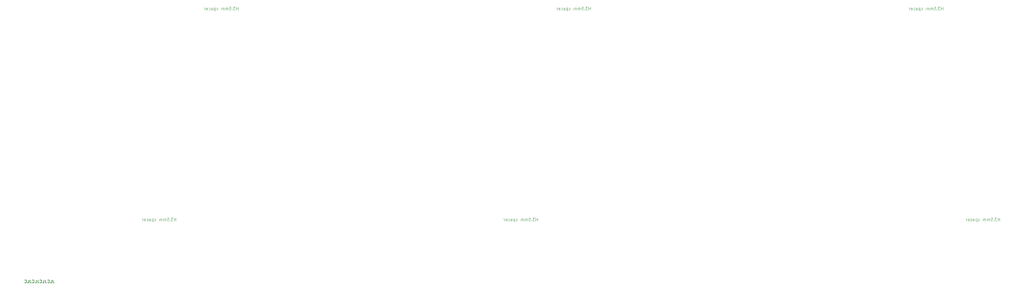
<source format=gbr>
%TF.GenerationSoftware,KiCad,Pcbnew,(5.1.9)-1*%
%TF.CreationDate,2021-04-22T03:29:06+09:00*%
%TF.ProjectId,topplate,746f7070-6c61-4746-952e-6b696361645f,4*%
%TF.SameCoordinates,Original*%
%TF.FileFunction,Legend,Bot*%
%TF.FilePolarity,Positive*%
%FSLAX46Y46*%
G04 Gerber Fmt 4.6, Leading zero omitted, Abs format (unit mm)*
G04 Created by KiCad (PCBNEW (5.1.9)-1) date 2021-04-22 03:29:06*
%MOMM*%
%LPD*%
G01*
G04 APERTURE LIST*
%ADD10C,0.150000*%
%ADD11C,0.100000*%
G04 APERTURE END LIST*
D10*
X81320238Y-191246744D02*
X81320238Y-191818173D01*
X81358333Y-191932459D01*
X81434523Y-192008649D01*
X81548809Y-192046744D01*
X81625000Y-192046744D01*
X80558333Y-192046744D02*
X80939285Y-192046744D01*
X80939285Y-191246744D01*
X79834523Y-191970554D02*
X79872619Y-192008649D01*
X79986904Y-192046744D01*
X80063095Y-192046744D01*
X80177380Y-192008649D01*
X80253571Y-191932459D01*
X80291666Y-191856268D01*
X80329761Y-191703887D01*
X80329761Y-191589601D01*
X80291666Y-191437220D01*
X80253571Y-191361030D01*
X80177380Y-191284840D01*
X80063095Y-191246744D01*
X79986904Y-191246744D01*
X79872619Y-191284840D01*
X79834523Y-191322935D01*
X79263095Y-191246744D02*
X79263095Y-191818173D01*
X79301190Y-191932459D01*
X79377380Y-192008649D01*
X79491666Y-192046744D01*
X79567857Y-192046744D01*
X78501190Y-192046744D02*
X78882142Y-192046744D01*
X78882142Y-191246744D01*
X77777380Y-191970554D02*
X77815476Y-192008649D01*
X77929761Y-192046744D01*
X78005952Y-192046744D01*
X78120238Y-192008649D01*
X78196428Y-191932459D01*
X78234523Y-191856268D01*
X78272619Y-191703887D01*
X78272619Y-191589601D01*
X78234523Y-191437220D01*
X78196428Y-191361030D01*
X78120238Y-191284840D01*
X78005952Y-191246744D01*
X77929761Y-191246744D01*
X77815476Y-191284840D01*
X77777380Y-191322935D01*
X77205952Y-191246744D02*
X77205952Y-191818173D01*
X77244047Y-191932459D01*
X77320238Y-192008649D01*
X77434523Y-192046744D01*
X77510714Y-192046744D01*
X76444047Y-192046744D02*
X76825000Y-192046744D01*
X76825000Y-191246744D01*
X75720238Y-191970554D02*
X75758333Y-192008649D01*
X75872619Y-192046744D01*
X75948809Y-192046744D01*
X76063095Y-192008649D01*
X76139285Y-191932459D01*
X76177380Y-191856268D01*
X76215476Y-191703887D01*
X76215476Y-191589601D01*
X76177380Y-191437220D01*
X76139285Y-191361030D01*
X76063095Y-191284840D01*
X75948809Y-191246744D01*
X75872619Y-191246744D01*
X75758333Y-191284840D01*
X75720238Y-191322935D01*
X75148809Y-191246744D02*
X75148809Y-191818173D01*
X75186904Y-191932459D01*
X75263095Y-192008649D01*
X75377380Y-192046744D01*
X75453571Y-192046744D01*
X74386904Y-192046744D02*
X74767857Y-192046744D01*
X74767857Y-191246744D01*
X73663095Y-191970554D02*
X73701190Y-192008649D01*
X73815476Y-192046744D01*
X73891666Y-192046744D01*
X74005952Y-192008649D01*
X74082142Y-191932459D01*
X74120238Y-191856268D01*
X74158333Y-191703887D01*
X74158333Y-191589601D01*
X74120238Y-191437220D01*
X74082142Y-191361030D01*
X74005952Y-191284840D01*
X73891666Y-191246744D01*
X73815476Y-191246744D01*
X73701190Y-191284840D01*
X73663095Y-191322935D01*
%TO.C,HOLE7*%
D11*
X131308333Y-118111904D02*
X131308333Y-117311904D01*
X131308333Y-117692857D02*
X130851190Y-117692857D01*
X130851190Y-118111904D02*
X130851190Y-117311904D01*
X130546428Y-117311904D02*
X130051190Y-117311904D01*
X130317857Y-117616666D01*
X130203571Y-117616666D01*
X130127380Y-117654761D01*
X130089285Y-117692857D01*
X130051190Y-117769047D01*
X130051190Y-117959523D01*
X130089285Y-118035714D01*
X130127380Y-118073809D01*
X130203571Y-118111904D01*
X130432142Y-118111904D01*
X130508333Y-118073809D01*
X130546428Y-118035714D01*
X129708333Y-118035714D02*
X129670238Y-118073809D01*
X129708333Y-118111904D01*
X129746428Y-118073809D01*
X129708333Y-118035714D01*
X129708333Y-118111904D01*
X128946428Y-117311904D02*
X129327380Y-117311904D01*
X129365476Y-117692857D01*
X129327380Y-117654761D01*
X129251190Y-117616666D01*
X129060714Y-117616666D01*
X128984523Y-117654761D01*
X128946428Y-117692857D01*
X128908333Y-117769047D01*
X128908333Y-117959523D01*
X128946428Y-118035714D01*
X128984523Y-118073809D01*
X129060714Y-118111904D01*
X129251190Y-118111904D01*
X129327380Y-118073809D01*
X129365476Y-118035714D01*
X128565476Y-118111904D02*
X128565476Y-117578571D01*
X128565476Y-117654761D02*
X128527380Y-117616666D01*
X128451190Y-117578571D01*
X128336904Y-117578571D01*
X128260714Y-117616666D01*
X128222619Y-117692857D01*
X128222619Y-118111904D01*
X128222619Y-117692857D02*
X128184523Y-117616666D01*
X128108333Y-117578571D01*
X127994047Y-117578571D01*
X127917857Y-117616666D01*
X127879761Y-117692857D01*
X127879761Y-118111904D01*
X127498809Y-118111904D02*
X127498809Y-117578571D01*
X127498809Y-117654761D02*
X127460714Y-117616666D01*
X127384523Y-117578571D01*
X127270238Y-117578571D01*
X127194047Y-117616666D01*
X127155952Y-117692857D01*
X127155952Y-118111904D01*
X127155952Y-117692857D02*
X127117857Y-117616666D01*
X127041666Y-117578571D01*
X126927380Y-117578571D01*
X126851190Y-117616666D01*
X126813095Y-117692857D01*
X126813095Y-118111904D01*
X125860714Y-118073809D02*
X125784523Y-118111904D01*
X125632142Y-118111904D01*
X125555952Y-118073809D01*
X125517857Y-117997619D01*
X125517857Y-117959523D01*
X125555952Y-117883333D01*
X125632142Y-117845238D01*
X125746428Y-117845238D01*
X125822619Y-117807142D01*
X125860714Y-117730952D01*
X125860714Y-117692857D01*
X125822619Y-117616666D01*
X125746428Y-117578571D01*
X125632142Y-117578571D01*
X125555952Y-117616666D01*
X125175000Y-117578571D02*
X125175000Y-118378571D01*
X125175000Y-117616666D02*
X125098809Y-117578571D01*
X124946428Y-117578571D01*
X124870238Y-117616666D01*
X124832142Y-117654761D01*
X124794047Y-117730952D01*
X124794047Y-117959523D01*
X124832142Y-118035714D01*
X124870238Y-118073809D01*
X124946428Y-118111904D01*
X125098809Y-118111904D01*
X125175000Y-118073809D01*
X124108333Y-118111904D02*
X124108333Y-117692857D01*
X124146428Y-117616666D01*
X124222619Y-117578571D01*
X124375000Y-117578571D01*
X124451190Y-117616666D01*
X124108333Y-118073809D02*
X124184523Y-118111904D01*
X124375000Y-118111904D01*
X124451190Y-118073809D01*
X124489285Y-117997619D01*
X124489285Y-117921428D01*
X124451190Y-117845238D01*
X124375000Y-117807142D01*
X124184523Y-117807142D01*
X124108333Y-117769047D01*
X123384523Y-118073809D02*
X123460714Y-118111904D01*
X123613095Y-118111904D01*
X123689285Y-118073809D01*
X123727380Y-118035714D01*
X123765476Y-117959523D01*
X123765476Y-117730952D01*
X123727380Y-117654761D01*
X123689285Y-117616666D01*
X123613095Y-117578571D01*
X123460714Y-117578571D01*
X123384523Y-117616666D01*
X122736904Y-118073809D02*
X122813095Y-118111904D01*
X122965476Y-118111904D01*
X123041666Y-118073809D01*
X123079761Y-117997619D01*
X123079761Y-117692857D01*
X123041666Y-117616666D01*
X122965476Y-117578571D01*
X122813095Y-117578571D01*
X122736904Y-117616666D01*
X122698809Y-117692857D01*
X122698809Y-117769047D01*
X123079761Y-117845238D01*
X122355952Y-118111904D02*
X122355952Y-117578571D01*
X122355952Y-117730952D02*
X122317857Y-117654761D01*
X122279761Y-117616666D01*
X122203571Y-117578571D01*
X122127380Y-117578571D01*
%TO.C,HOLE8*%
X114533333Y-175261904D02*
X114533333Y-174461904D01*
X114533333Y-174842857D02*
X114076190Y-174842857D01*
X114076190Y-175261904D02*
X114076190Y-174461904D01*
X113771428Y-174461904D02*
X113276190Y-174461904D01*
X113542857Y-174766666D01*
X113428571Y-174766666D01*
X113352380Y-174804761D01*
X113314285Y-174842857D01*
X113276190Y-174919047D01*
X113276190Y-175109523D01*
X113314285Y-175185714D01*
X113352380Y-175223809D01*
X113428571Y-175261904D01*
X113657142Y-175261904D01*
X113733333Y-175223809D01*
X113771428Y-175185714D01*
X112933333Y-175185714D02*
X112895238Y-175223809D01*
X112933333Y-175261904D01*
X112971428Y-175223809D01*
X112933333Y-175185714D01*
X112933333Y-175261904D01*
X112171428Y-174461904D02*
X112552380Y-174461904D01*
X112590476Y-174842857D01*
X112552380Y-174804761D01*
X112476190Y-174766666D01*
X112285714Y-174766666D01*
X112209523Y-174804761D01*
X112171428Y-174842857D01*
X112133333Y-174919047D01*
X112133333Y-175109523D01*
X112171428Y-175185714D01*
X112209523Y-175223809D01*
X112285714Y-175261904D01*
X112476190Y-175261904D01*
X112552380Y-175223809D01*
X112590476Y-175185714D01*
X111790476Y-175261904D02*
X111790476Y-174728571D01*
X111790476Y-174804761D02*
X111752380Y-174766666D01*
X111676190Y-174728571D01*
X111561904Y-174728571D01*
X111485714Y-174766666D01*
X111447619Y-174842857D01*
X111447619Y-175261904D01*
X111447619Y-174842857D02*
X111409523Y-174766666D01*
X111333333Y-174728571D01*
X111219047Y-174728571D01*
X111142857Y-174766666D01*
X111104761Y-174842857D01*
X111104761Y-175261904D01*
X110723809Y-175261904D02*
X110723809Y-174728571D01*
X110723809Y-174804761D02*
X110685714Y-174766666D01*
X110609523Y-174728571D01*
X110495238Y-174728571D01*
X110419047Y-174766666D01*
X110380952Y-174842857D01*
X110380952Y-175261904D01*
X110380952Y-174842857D02*
X110342857Y-174766666D01*
X110266666Y-174728571D01*
X110152380Y-174728571D01*
X110076190Y-174766666D01*
X110038095Y-174842857D01*
X110038095Y-175261904D01*
X109085714Y-175223809D02*
X109009523Y-175261904D01*
X108857142Y-175261904D01*
X108780952Y-175223809D01*
X108742857Y-175147619D01*
X108742857Y-175109523D01*
X108780952Y-175033333D01*
X108857142Y-174995238D01*
X108971428Y-174995238D01*
X109047619Y-174957142D01*
X109085714Y-174880952D01*
X109085714Y-174842857D01*
X109047619Y-174766666D01*
X108971428Y-174728571D01*
X108857142Y-174728571D01*
X108780952Y-174766666D01*
X108400000Y-174728571D02*
X108400000Y-175528571D01*
X108400000Y-174766666D02*
X108323809Y-174728571D01*
X108171428Y-174728571D01*
X108095238Y-174766666D01*
X108057142Y-174804761D01*
X108019047Y-174880952D01*
X108019047Y-175109523D01*
X108057142Y-175185714D01*
X108095238Y-175223809D01*
X108171428Y-175261904D01*
X108323809Y-175261904D01*
X108400000Y-175223809D01*
X107333333Y-175261904D02*
X107333333Y-174842857D01*
X107371428Y-174766666D01*
X107447619Y-174728571D01*
X107600000Y-174728571D01*
X107676190Y-174766666D01*
X107333333Y-175223809D02*
X107409523Y-175261904D01*
X107600000Y-175261904D01*
X107676190Y-175223809D01*
X107714285Y-175147619D01*
X107714285Y-175071428D01*
X107676190Y-174995238D01*
X107600000Y-174957142D01*
X107409523Y-174957142D01*
X107333333Y-174919047D01*
X106609523Y-175223809D02*
X106685714Y-175261904D01*
X106838095Y-175261904D01*
X106914285Y-175223809D01*
X106952380Y-175185714D01*
X106990476Y-175109523D01*
X106990476Y-174880952D01*
X106952380Y-174804761D01*
X106914285Y-174766666D01*
X106838095Y-174728571D01*
X106685714Y-174728571D01*
X106609523Y-174766666D01*
X105961904Y-175223809D02*
X106038095Y-175261904D01*
X106190476Y-175261904D01*
X106266666Y-175223809D01*
X106304761Y-175147619D01*
X106304761Y-174842857D01*
X106266666Y-174766666D01*
X106190476Y-174728571D01*
X106038095Y-174728571D01*
X105961904Y-174766666D01*
X105923809Y-174842857D01*
X105923809Y-174919047D01*
X106304761Y-174995238D01*
X105580952Y-175261904D02*
X105580952Y-174728571D01*
X105580952Y-174880952D02*
X105542857Y-174804761D01*
X105504761Y-174766666D01*
X105428571Y-174728571D01*
X105352380Y-174728571D01*
%TO.C,HOLE9*%
X321808333Y-118111904D02*
X321808333Y-117311904D01*
X321808333Y-117692857D02*
X321351190Y-117692857D01*
X321351190Y-118111904D02*
X321351190Y-117311904D01*
X321046428Y-117311904D02*
X320551190Y-117311904D01*
X320817857Y-117616666D01*
X320703571Y-117616666D01*
X320627380Y-117654761D01*
X320589285Y-117692857D01*
X320551190Y-117769047D01*
X320551190Y-117959523D01*
X320589285Y-118035714D01*
X320627380Y-118073809D01*
X320703571Y-118111904D01*
X320932142Y-118111904D01*
X321008333Y-118073809D01*
X321046428Y-118035714D01*
X320208333Y-118035714D02*
X320170238Y-118073809D01*
X320208333Y-118111904D01*
X320246428Y-118073809D01*
X320208333Y-118035714D01*
X320208333Y-118111904D01*
X319446428Y-117311904D02*
X319827380Y-117311904D01*
X319865476Y-117692857D01*
X319827380Y-117654761D01*
X319751190Y-117616666D01*
X319560714Y-117616666D01*
X319484523Y-117654761D01*
X319446428Y-117692857D01*
X319408333Y-117769047D01*
X319408333Y-117959523D01*
X319446428Y-118035714D01*
X319484523Y-118073809D01*
X319560714Y-118111904D01*
X319751190Y-118111904D01*
X319827380Y-118073809D01*
X319865476Y-118035714D01*
X319065476Y-118111904D02*
X319065476Y-117578571D01*
X319065476Y-117654761D02*
X319027380Y-117616666D01*
X318951190Y-117578571D01*
X318836904Y-117578571D01*
X318760714Y-117616666D01*
X318722619Y-117692857D01*
X318722619Y-118111904D01*
X318722619Y-117692857D02*
X318684523Y-117616666D01*
X318608333Y-117578571D01*
X318494047Y-117578571D01*
X318417857Y-117616666D01*
X318379761Y-117692857D01*
X318379761Y-118111904D01*
X317998809Y-118111904D02*
X317998809Y-117578571D01*
X317998809Y-117654761D02*
X317960714Y-117616666D01*
X317884523Y-117578571D01*
X317770238Y-117578571D01*
X317694047Y-117616666D01*
X317655952Y-117692857D01*
X317655952Y-118111904D01*
X317655952Y-117692857D02*
X317617857Y-117616666D01*
X317541666Y-117578571D01*
X317427380Y-117578571D01*
X317351190Y-117616666D01*
X317313095Y-117692857D01*
X317313095Y-118111904D01*
X316360714Y-118073809D02*
X316284523Y-118111904D01*
X316132142Y-118111904D01*
X316055952Y-118073809D01*
X316017857Y-117997619D01*
X316017857Y-117959523D01*
X316055952Y-117883333D01*
X316132142Y-117845238D01*
X316246428Y-117845238D01*
X316322619Y-117807142D01*
X316360714Y-117730952D01*
X316360714Y-117692857D01*
X316322619Y-117616666D01*
X316246428Y-117578571D01*
X316132142Y-117578571D01*
X316055952Y-117616666D01*
X315675000Y-117578571D02*
X315675000Y-118378571D01*
X315675000Y-117616666D02*
X315598809Y-117578571D01*
X315446428Y-117578571D01*
X315370238Y-117616666D01*
X315332142Y-117654761D01*
X315294047Y-117730952D01*
X315294047Y-117959523D01*
X315332142Y-118035714D01*
X315370238Y-118073809D01*
X315446428Y-118111904D01*
X315598809Y-118111904D01*
X315675000Y-118073809D01*
X314608333Y-118111904D02*
X314608333Y-117692857D01*
X314646428Y-117616666D01*
X314722619Y-117578571D01*
X314875000Y-117578571D01*
X314951190Y-117616666D01*
X314608333Y-118073809D02*
X314684523Y-118111904D01*
X314875000Y-118111904D01*
X314951190Y-118073809D01*
X314989285Y-117997619D01*
X314989285Y-117921428D01*
X314951190Y-117845238D01*
X314875000Y-117807142D01*
X314684523Y-117807142D01*
X314608333Y-117769047D01*
X313884523Y-118073809D02*
X313960714Y-118111904D01*
X314113095Y-118111904D01*
X314189285Y-118073809D01*
X314227380Y-118035714D01*
X314265476Y-117959523D01*
X314265476Y-117730952D01*
X314227380Y-117654761D01*
X314189285Y-117616666D01*
X314113095Y-117578571D01*
X313960714Y-117578571D01*
X313884523Y-117616666D01*
X313236904Y-118073809D02*
X313313095Y-118111904D01*
X313465476Y-118111904D01*
X313541666Y-118073809D01*
X313579761Y-117997619D01*
X313579761Y-117692857D01*
X313541666Y-117616666D01*
X313465476Y-117578571D01*
X313313095Y-117578571D01*
X313236904Y-117616666D01*
X313198809Y-117692857D01*
X313198809Y-117769047D01*
X313579761Y-117845238D01*
X312855952Y-118111904D02*
X312855952Y-117578571D01*
X312855952Y-117730952D02*
X312817857Y-117654761D01*
X312779761Y-117616666D01*
X312703571Y-117578571D01*
X312627380Y-117578571D01*
%TO.C,HOLE10*%
X337183333Y-175261904D02*
X337183333Y-174461904D01*
X337183333Y-174842857D02*
X336726190Y-174842857D01*
X336726190Y-175261904D02*
X336726190Y-174461904D01*
X336421428Y-174461904D02*
X335926190Y-174461904D01*
X336192857Y-174766666D01*
X336078571Y-174766666D01*
X336002380Y-174804761D01*
X335964285Y-174842857D01*
X335926190Y-174919047D01*
X335926190Y-175109523D01*
X335964285Y-175185714D01*
X336002380Y-175223809D01*
X336078571Y-175261904D01*
X336307142Y-175261904D01*
X336383333Y-175223809D01*
X336421428Y-175185714D01*
X335583333Y-175185714D02*
X335545238Y-175223809D01*
X335583333Y-175261904D01*
X335621428Y-175223809D01*
X335583333Y-175185714D01*
X335583333Y-175261904D01*
X334821428Y-174461904D02*
X335202380Y-174461904D01*
X335240476Y-174842857D01*
X335202380Y-174804761D01*
X335126190Y-174766666D01*
X334935714Y-174766666D01*
X334859523Y-174804761D01*
X334821428Y-174842857D01*
X334783333Y-174919047D01*
X334783333Y-175109523D01*
X334821428Y-175185714D01*
X334859523Y-175223809D01*
X334935714Y-175261904D01*
X335126190Y-175261904D01*
X335202380Y-175223809D01*
X335240476Y-175185714D01*
X334440476Y-175261904D02*
X334440476Y-174728571D01*
X334440476Y-174804761D02*
X334402380Y-174766666D01*
X334326190Y-174728571D01*
X334211904Y-174728571D01*
X334135714Y-174766666D01*
X334097619Y-174842857D01*
X334097619Y-175261904D01*
X334097619Y-174842857D02*
X334059523Y-174766666D01*
X333983333Y-174728571D01*
X333869047Y-174728571D01*
X333792857Y-174766666D01*
X333754761Y-174842857D01*
X333754761Y-175261904D01*
X333373809Y-175261904D02*
X333373809Y-174728571D01*
X333373809Y-174804761D02*
X333335714Y-174766666D01*
X333259523Y-174728571D01*
X333145238Y-174728571D01*
X333069047Y-174766666D01*
X333030952Y-174842857D01*
X333030952Y-175261904D01*
X333030952Y-174842857D02*
X332992857Y-174766666D01*
X332916666Y-174728571D01*
X332802380Y-174728571D01*
X332726190Y-174766666D01*
X332688095Y-174842857D01*
X332688095Y-175261904D01*
X331735714Y-175223809D02*
X331659523Y-175261904D01*
X331507142Y-175261904D01*
X331430952Y-175223809D01*
X331392857Y-175147619D01*
X331392857Y-175109523D01*
X331430952Y-175033333D01*
X331507142Y-174995238D01*
X331621428Y-174995238D01*
X331697619Y-174957142D01*
X331735714Y-174880952D01*
X331735714Y-174842857D01*
X331697619Y-174766666D01*
X331621428Y-174728571D01*
X331507142Y-174728571D01*
X331430952Y-174766666D01*
X331050000Y-174728571D02*
X331050000Y-175528571D01*
X331050000Y-174766666D02*
X330973809Y-174728571D01*
X330821428Y-174728571D01*
X330745238Y-174766666D01*
X330707142Y-174804761D01*
X330669047Y-174880952D01*
X330669047Y-175109523D01*
X330707142Y-175185714D01*
X330745238Y-175223809D01*
X330821428Y-175261904D01*
X330973809Y-175261904D01*
X331050000Y-175223809D01*
X329983333Y-175261904D02*
X329983333Y-174842857D01*
X330021428Y-174766666D01*
X330097619Y-174728571D01*
X330250000Y-174728571D01*
X330326190Y-174766666D01*
X329983333Y-175223809D02*
X330059523Y-175261904D01*
X330250000Y-175261904D01*
X330326190Y-175223809D01*
X330364285Y-175147619D01*
X330364285Y-175071428D01*
X330326190Y-174995238D01*
X330250000Y-174957142D01*
X330059523Y-174957142D01*
X329983333Y-174919047D01*
X329259523Y-175223809D02*
X329335714Y-175261904D01*
X329488095Y-175261904D01*
X329564285Y-175223809D01*
X329602380Y-175185714D01*
X329640476Y-175109523D01*
X329640476Y-174880952D01*
X329602380Y-174804761D01*
X329564285Y-174766666D01*
X329488095Y-174728571D01*
X329335714Y-174728571D01*
X329259523Y-174766666D01*
X328611904Y-175223809D02*
X328688095Y-175261904D01*
X328840476Y-175261904D01*
X328916666Y-175223809D01*
X328954761Y-175147619D01*
X328954761Y-174842857D01*
X328916666Y-174766666D01*
X328840476Y-174728571D01*
X328688095Y-174728571D01*
X328611904Y-174766666D01*
X328573809Y-174842857D01*
X328573809Y-174919047D01*
X328954761Y-174995238D01*
X328230952Y-175261904D02*
X328230952Y-174728571D01*
X328230952Y-174880952D02*
X328192857Y-174804761D01*
X328154761Y-174766666D01*
X328078571Y-174728571D01*
X328002380Y-174728571D01*
%TO.C,HOLE11*%
X226558333Y-118111904D02*
X226558333Y-117311904D01*
X226558333Y-117692857D02*
X226101190Y-117692857D01*
X226101190Y-118111904D02*
X226101190Y-117311904D01*
X225796428Y-117311904D02*
X225301190Y-117311904D01*
X225567857Y-117616666D01*
X225453571Y-117616666D01*
X225377380Y-117654761D01*
X225339285Y-117692857D01*
X225301190Y-117769047D01*
X225301190Y-117959523D01*
X225339285Y-118035714D01*
X225377380Y-118073809D01*
X225453571Y-118111904D01*
X225682142Y-118111904D01*
X225758333Y-118073809D01*
X225796428Y-118035714D01*
X224958333Y-118035714D02*
X224920238Y-118073809D01*
X224958333Y-118111904D01*
X224996428Y-118073809D01*
X224958333Y-118035714D01*
X224958333Y-118111904D01*
X224196428Y-117311904D02*
X224577380Y-117311904D01*
X224615476Y-117692857D01*
X224577380Y-117654761D01*
X224501190Y-117616666D01*
X224310714Y-117616666D01*
X224234523Y-117654761D01*
X224196428Y-117692857D01*
X224158333Y-117769047D01*
X224158333Y-117959523D01*
X224196428Y-118035714D01*
X224234523Y-118073809D01*
X224310714Y-118111904D01*
X224501190Y-118111904D01*
X224577380Y-118073809D01*
X224615476Y-118035714D01*
X223815476Y-118111904D02*
X223815476Y-117578571D01*
X223815476Y-117654761D02*
X223777380Y-117616666D01*
X223701190Y-117578571D01*
X223586904Y-117578571D01*
X223510714Y-117616666D01*
X223472619Y-117692857D01*
X223472619Y-118111904D01*
X223472619Y-117692857D02*
X223434523Y-117616666D01*
X223358333Y-117578571D01*
X223244047Y-117578571D01*
X223167857Y-117616666D01*
X223129761Y-117692857D01*
X223129761Y-118111904D01*
X222748809Y-118111904D02*
X222748809Y-117578571D01*
X222748809Y-117654761D02*
X222710714Y-117616666D01*
X222634523Y-117578571D01*
X222520238Y-117578571D01*
X222444047Y-117616666D01*
X222405952Y-117692857D01*
X222405952Y-118111904D01*
X222405952Y-117692857D02*
X222367857Y-117616666D01*
X222291666Y-117578571D01*
X222177380Y-117578571D01*
X222101190Y-117616666D01*
X222063095Y-117692857D01*
X222063095Y-118111904D01*
X221110714Y-118073809D02*
X221034523Y-118111904D01*
X220882142Y-118111904D01*
X220805952Y-118073809D01*
X220767857Y-117997619D01*
X220767857Y-117959523D01*
X220805952Y-117883333D01*
X220882142Y-117845238D01*
X220996428Y-117845238D01*
X221072619Y-117807142D01*
X221110714Y-117730952D01*
X221110714Y-117692857D01*
X221072619Y-117616666D01*
X220996428Y-117578571D01*
X220882142Y-117578571D01*
X220805952Y-117616666D01*
X220425000Y-117578571D02*
X220425000Y-118378571D01*
X220425000Y-117616666D02*
X220348809Y-117578571D01*
X220196428Y-117578571D01*
X220120238Y-117616666D01*
X220082142Y-117654761D01*
X220044047Y-117730952D01*
X220044047Y-117959523D01*
X220082142Y-118035714D01*
X220120238Y-118073809D01*
X220196428Y-118111904D01*
X220348809Y-118111904D01*
X220425000Y-118073809D01*
X219358333Y-118111904D02*
X219358333Y-117692857D01*
X219396428Y-117616666D01*
X219472619Y-117578571D01*
X219625000Y-117578571D01*
X219701190Y-117616666D01*
X219358333Y-118073809D02*
X219434523Y-118111904D01*
X219625000Y-118111904D01*
X219701190Y-118073809D01*
X219739285Y-117997619D01*
X219739285Y-117921428D01*
X219701190Y-117845238D01*
X219625000Y-117807142D01*
X219434523Y-117807142D01*
X219358333Y-117769047D01*
X218634523Y-118073809D02*
X218710714Y-118111904D01*
X218863095Y-118111904D01*
X218939285Y-118073809D01*
X218977380Y-118035714D01*
X219015476Y-117959523D01*
X219015476Y-117730952D01*
X218977380Y-117654761D01*
X218939285Y-117616666D01*
X218863095Y-117578571D01*
X218710714Y-117578571D01*
X218634523Y-117616666D01*
X217986904Y-118073809D02*
X218063095Y-118111904D01*
X218215476Y-118111904D01*
X218291666Y-118073809D01*
X218329761Y-117997619D01*
X218329761Y-117692857D01*
X218291666Y-117616666D01*
X218215476Y-117578571D01*
X218063095Y-117578571D01*
X217986904Y-117616666D01*
X217948809Y-117692857D01*
X217948809Y-117769047D01*
X218329761Y-117845238D01*
X217605952Y-118111904D02*
X217605952Y-117578571D01*
X217605952Y-117730952D02*
X217567857Y-117654761D01*
X217529761Y-117616666D01*
X217453571Y-117578571D01*
X217377380Y-117578571D01*
%TO.C,HOLE12*%
X212258333Y-175261904D02*
X212258333Y-174461904D01*
X212258333Y-174842857D02*
X211801190Y-174842857D01*
X211801190Y-175261904D02*
X211801190Y-174461904D01*
X211496428Y-174461904D02*
X211001190Y-174461904D01*
X211267857Y-174766666D01*
X211153571Y-174766666D01*
X211077380Y-174804761D01*
X211039285Y-174842857D01*
X211001190Y-174919047D01*
X211001190Y-175109523D01*
X211039285Y-175185714D01*
X211077380Y-175223809D01*
X211153571Y-175261904D01*
X211382142Y-175261904D01*
X211458333Y-175223809D01*
X211496428Y-175185714D01*
X210658333Y-175185714D02*
X210620238Y-175223809D01*
X210658333Y-175261904D01*
X210696428Y-175223809D01*
X210658333Y-175185714D01*
X210658333Y-175261904D01*
X209896428Y-174461904D02*
X210277380Y-174461904D01*
X210315476Y-174842857D01*
X210277380Y-174804761D01*
X210201190Y-174766666D01*
X210010714Y-174766666D01*
X209934523Y-174804761D01*
X209896428Y-174842857D01*
X209858333Y-174919047D01*
X209858333Y-175109523D01*
X209896428Y-175185714D01*
X209934523Y-175223809D01*
X210010714Y-175261904D01*
X210201190Y-175261904D01*
X210277380Y-175223809D01*
X210315476Y-175185714D01*
X209515476Y-175261904D02*
X209515476Y-174728571D01*
X209515476Y-174804761D02*
X209477380Y-174766666D01*
X209401190Y-174728571D01*
X209286904Y-174728571D01*
X209210714Y-174766666D01*
X209172619Y-174842857D01*
X209172619Y-175261904D01*
X209172619Y-174842857D02*
X209134523Y-174766666D01*
X209058333Y-174728571D01*
X208944047Y-174728571D01*
X208867857Y-174766666D01*
X208829761Y-174842857D01*
X208829761Y-175261904D01*
X208448809Y-175261904D02*
X208448809Y-174728571D01*
X208448809Y-174804761D02*
X208410714Y-174766666D01*
X208334523Y-174728571D01*
X208220238Y-174728571D01*
X208144047Y-174766666D01*
X208105952Y-174842857D01*
X208105952Y-175261904D01*
X208105952Y-174842857D02*
X208067857Y-174766666D01*
X207991666Y-174728571D01*
X207877380Y-174728571D01*
X207801190Y-174766666D01*
X207763095Y-174842857D01*
X207763095Y-175261904D01*
X206810714Y-175223809D02*
X206734523Y-175261904D01*
X206582142Y-175261904D01*
X206505952Y-175223809D01*
X206467857Y-175147619D01*
X206467857Y-175109523D01*
X206505952Y-175033333D01*
X206582142Y-174995238D01*
X206696428Y-174995238D01*
X206772619Y-174957142D01*
X206810714Y-174880952D01*
X206810714Y-174842857D01*
X206772619Y-174766666D01*
X206696428Y-174728571D01*
X206582142Y-174728571D01*
X206505952Y-174766666D01*
X206125000Y-174728571D02*
X206125000Y-175528571D01*
X206125000Y-174766666D02*
X206048809Y-174728571D01*
X205896428Y-174728571D01*
X205820238Y-174766666D01*
X205782142Y-174804761D01*
X205744047Y-174880952D01*
X205744047Y-175109523D01*
X205782142Y-175185714D01*
X205820238Y-175223809D01*
X205896428Y-175261904D01*
X206048809Y-175261904D01*
X206125000Y-175223809D01*
X205058333Y-175261904D02*
X205058333Y-174842857D01*
X205096428Y-174766666D01*
X205172619Y-174728571D01*
X205325000Y-174728571D01*
X205401190Y-174766666D01*
X205058333Y-175223809D02*
X205134523Y-175261904D01*
X205325000Y-175261904D01*
X205401190Y-175223809D01*
X205439285Y-175147619D01*
X205439285Y-175071428D01*
X205401190Y-174995238D01*
X205325000Y-174957142D01*
X205134523Y-174957142D01*
X205058333Y-174919047D01*
X204334523Y-175223809D02*
X204410714Y-175261904D01*
X204563095Y-175261904D01*
X204639285Y-175223809D01*
X204677380Y-175185714D01*
X204715476Y-175109523D01*
X204715476Y-174880952D01*
X204677380Y-174804761D01*
X204639285Y-174766666D01*
X204563095Y-174728571D01*
X204410714Y-174728571D01*
X204334523Y-174766666D01*
X203686904Y-175223809D02*
X203763095Y-175261904D01*
X203915476Y-175261904D01*
X203991666Y-175223809D01*
X204029761Y-175147619D01*
X204029761Y-174842857D01*
X203991666Y-174766666D01*
X203915476Y-174728571D01*
X203763095Y-174728571D01*
X203686904Y-174766666D01*
X203648809Y-174842857D01*
X203648809Y-174919047D01*
X204029761Y-174995238D01*
X203305952Y-175261904D02*
X203305952Y-174728571D01*
X203305952Y-174880952D02*
X203267857Y-174804761D01*
X203229761Y-174766666D01*
X203153571Y-174728571D01*
X203077380Y-174728571D01*
%TD*%
M02*

</source>
